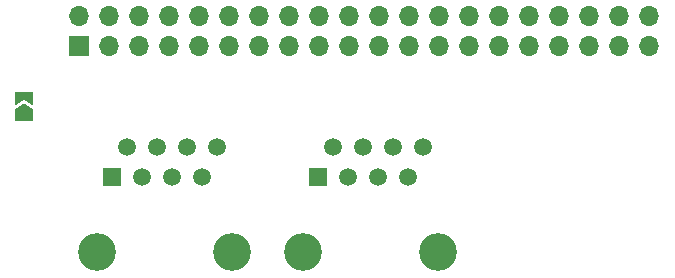
<source format=gbr>
%TF.GenerationSoftware,KiCad,Pcbnew,(5.99.0-12060-g1fa5e43597)*%
%TF.CreationDate,2021-08-23T08:56:31-07:00*%
%TF.ProjectId,uplift_hat,75706c69-6674-45f6-9861-742e6b696361,rev?*%
%TF.SameCoordinates,Original*%
%TF.FileFunction,Soldermask,Top*%
%TF.FilePolarity,Negative*%
%FSLAX46Y46*%
G04 Gerber Fmt 4.6, Leading zero omitted, Abs format (unit mm)*
G04 Created by KiCad (PCBNEW (5.99.0-12060-g1fa5e43597)) date 2021-08-23 08:56:31*
%MOMM*%
%LPD*%
G01*
G04 APERTURE LIST*
G04 Aperture macros list*
%AMFreePoly0*
4,1,6,1.000000,0.000000,0.500000,-0.750000,-0.500000,-0.750000,-0.500000,0.750000,0.500000,0.750000,1.000000,0.000000,1.000000,0.000000,$1*%
%AMFreePoly1*
4,1,6,0.500000,-0.750000,-0.650000,-0.750000,-0.150000,0.000000,-0.650000,0.750000,0.500000,0.750000,0.500000,-0.750000,0.500000,-0.750000,$1*%
G04 Aperture macros list end*
%ADD10C,3.200000*%
%ADD11R,1.500000X1.500000*%
%ADD12C,1.500000*%
%ADD13FreePoly0,90.000000*%
%ADD14FreePoly1,90.000000*%
%ADD15R,1.700000X1.700000*%
%ADD16O,1.700000X1.700000*%
G04 APERTURE END LIST*
D10*
%TO.C,J1*%
X121430000Y-122250000D03*
X110000000Y-122250000D03*
D11*
X111270000Y-115900000D03*
D12*
X112540000Y-113360000D03*
X113810000Y-115900000D03*
X115080000Y-113360000D03*
X116350000Y-115900000D03*
X117620000Y-113360000D03*
X118890000Y-115900000D03*
X120160000Y-113360000D03*
%TD*%
D10*
%TO.C,J2*%
X127447500Y-122250000D03*
X138877500Y-122250000D03*
D11*
X128717500Y-115900000D03*
D12*
X129987500Y-113360000D03*
X131257500Y-115900000D03*
X132527500Y-113360000D03*
X133797500Y-115900000D03*
X135067500Y-113360000D03*
X136337500Y-115900000D03*
X137607500Y-113360000D03*
%TD*%
D13*
%TO.C,JP1*%
X103800000Y-110600000D03*
D14*
X103800000Y-109150000D03*
%TD*%
D15*
%TO.C,J3*%
X108500000Y-104770000D03*
D16*
X108500000Y-102230000D03*
X111040000Y-104770000D03*
X111040000Y-102230000D03*
X113580000Y-104770000D03*
X113580000Y-102230000D03*
X116120000Y-104770000D03*
X116120000Y-102230000D03*
X118660000Y-104770000D03*
X118660000Y-102230000D03*
X121200000Y-104770000D03*
X121200000Y-102230000D03*
X123740000Y-104770000D03*
X123740000Y-102230000D03*
X126280000Y-104770000D03*
X126280000Y-102230000D03*
X128820000Y-104770000D03*
X128820000Y-102230000D03*
X131360000Y-104770000D03*
X131360000Y-102230000D03*
X133900000Y-104770000D03*
X133900000Y-102230000D03*
X136440000Y-104770000D03*
X136440000Y-102230000D03*
X138980000Y-104770000D03*
X138980000Y-102230000D03*
X141520000Y-104770000D03*
X141520000Y-102230000D03*
X144060000Y-104770000D03*
X144060000Y-102230000D03*
X146600000Y-104770000D03*
X146600000Y-102230000D03*
X149140000Y-104770000D03*
X149140000Y-102230000D03*
X151680000Y-104770000D03*
X151680000Y-102230000D03*
X154220000Y-104770000D03*
X154220000Y-102230000D03*
X156760000Y-104770000D03*
X156760000Y-102230000D03*
%TD*%
M02*

</source>
